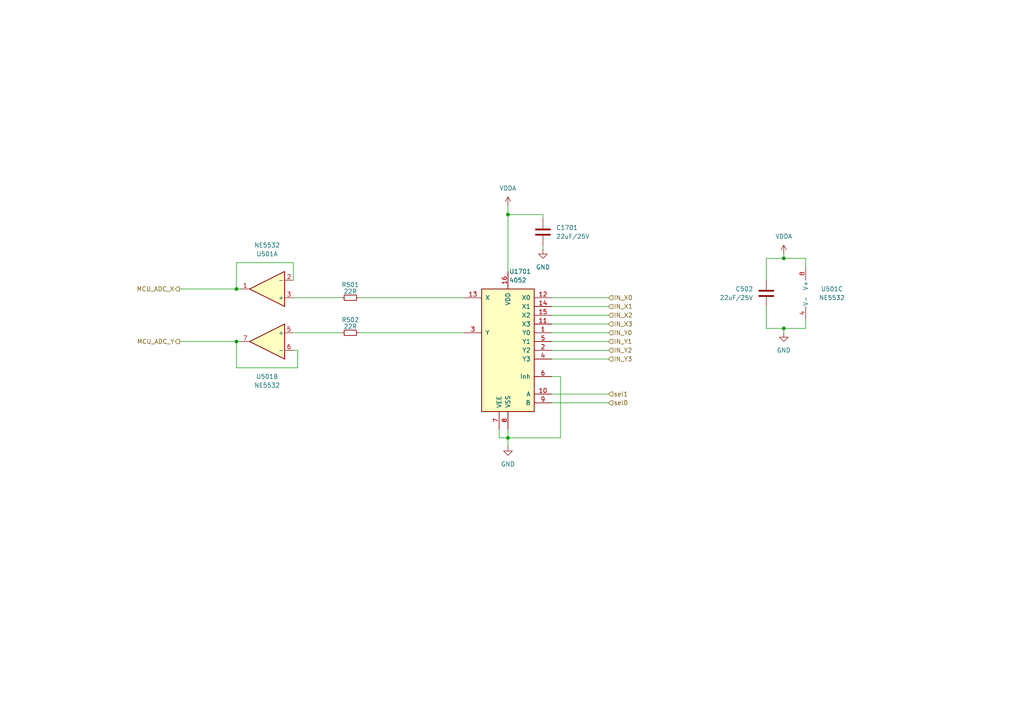
<source format=kicad_sch>
(kicad_sch (version 20231120) (generator "eeschema") (generator_version "8.0")
  (paper "A4")
  (lib_symbols
    (symbol "4xxx:4052" (pin_names (offset 1.016))
      (property "Reference" "U" (at -7.62 19.05 0))
      (property "Value" "4052" (at -7.62 -19.05 0))
      (symbol "4052_1_0"
        (pin passive line (at -12.7 5.08 0) (length 5.08) (name "Y0") (number "1"))
        (pin input line (at -12.7 -12.7 0) (length 5.08) (name "A") (number "10"))
        (pin passive line (at -12.7 7.62 0) (length 5.08) (name "X3") (number "11"))
        (pin passive line (at -12.7 15.24 0) (length 5.08) (name "X0") (number "12"))
        (pin passive line (at 12.7 15.24 180) (length 5.08) (name "X") (number "13"))
        (pin passive line (at -12.7 12.7 0) (length 5.08) (name "X1") (number "14"))
        (pin passive line (at -12.7 10.16 0) (length 5.08) (name "X2") (number "15"))
        (pin power_in line (at 0 22.86 270) (length 5.08) (name "VDD") (number "16"))
        (pin passive line (at -12.7 0 0) (length 5.08) (name "Y2") (number "2"))
        (pin passive line (at 12.7 5.08 180) (length 5.08) (name "Y") (number "3"))
        (pin passive line (at -12.7 -2.54 0) (length 5.08) (name "Y3") (number "4"))
        (pin passive line (at -12.7 2.54 0) (length 5.08) (name "Y1") (number "5"))
        (pin input line (at -12.7 -7.62 0) (length 5.08) (name "Inh") (number "6"))
        (pin power_in line (at 2.54 -22.86 90) (length 5.08) (name "VEE") (number "7"))
        (pin power_in line (at 0 -22.86 90) (length 5.08) (name "VSS") (number "8"))
        (pin input line (at -12.7 -15.24 0) (length 5.08) (name "B") (number "9"))
      )
      (symbol "4052_1_1"
        (rectangle (start -7.62 17.78) (end 7.62 -17.78) (stroke (width 0.254)) (fill (type background)))
      )
    )
    (symbol "Amplifier_Operational:NE5532" (pin_names (offset 0.127))
      (property "Reference" "U" (at 0 5.08 0))
      (property "Value" "NE5532" (at 0 -5.08 0))
      (symbol "NE5532_1_1"
        (polyline (pts (xy -5.08 5.08) (xy 5.08 0) (xy -5.08 -5.08) (xy -5.08 5.08)) (stroke (width 0.254)) (fill (type background)))
        (pin output line (at 7.62 0 180) (length 2.54) (name "~") (number "1"))
        (pin input line (at -7.62 -2.54 0) (length 2.54) (name "-") (number "2"))
        (pin input line (at -7.62 2.54 0) (length 2.54) (name "+") (number "3"))
      )
      (symbol "NE5532_2_1"
        (polyline (pts (xy -5.08 5.08) (xy 5.08 0) (xy -5.08 -5.08) (xy -5.08 5.08)) (stroke (width 0.254)) (fill (type background)))
        (pin input line (at -7.62 2.54 0) (length 2.54) (name "+") (number "5"))
        (pin input line (at -7.62 -2.54 0) (length 2.54) (name "-") (number "6"))
        (pin output line (at 7.62 0 180) (length 2.54) (name "~") (number "7"))
      )
      (symbol "NE5532_3_1"
        (pin power_in line (at -2.54 -7.62 90) (length 3.81) (name "V-") (number "4"))
        (pin power_in line (at -2.54 7.62 270) (length 3.81) (name "V+") (number "8"))
      )
    )
    (symbol "Device:C" (pin_numbers hide) (pin_names (offset 0.254))
      (property "Reference" "C" (at 0.635 2.54 0))
      (property "Value" "C" (at 0.635 -2.54 0))
      (symbol "C_0_1"
        (polyline (pts (xy -2.032 -0.762) (xy 2.032 -0.762)) (stroke (width 0.508)))
        (polyline (pts (xy -2.032 0.762) (xy 2.032 0.762)) (stroke (width 0.508)))
      )
      (symbol "C_1_1"
        (pin passive line (at 0 3.81 270) (length 2.794) (name "~") (number "1"))
        (pin passive line (at 0 -3.81 90) (length 2.794) (name "~") (number "2"))
      )
    )
    (symbol "Device:R_Small" (pin_numbers hide) (pin_names (offset 0.254) hide)
      (property "Reference" "R" (at 0.762 0.508 0))
      (property "Value" "R_Small" (at 0.762 -1.016 0))
      (symbol "R_Small_0_1"
        (rectangle (start -0.762 1.778) (end 0.762 -1.778) (stroke (width 0.2032)))
      )
      (symbol "R_Small_1_1"
        (pin passive line (at 0 2.54 270) (length 0.762) (name "~") (number "1"))
        (pin passive line (at 0 -2.54 90) (length 0.762) (name "~") (number "2"))
      )
    )
    (symbol "power:GND" (power) (pin_numbers hide) (pin_names (offset 0) hide)
      (property "Value" "GND" (at 0 -3.81 0))
      (symbol "GND_0_1"
        (polyline (pts (xy 0 0) (xy 0 -1.27) (xy 1.27 -1.27) (xy 0 -2.54) (xy -1.27 -1.27) (xy 0 -1.27)))
      )
      (symbol "GND_1_1"
        (pin power_in line (at 0 0 270) (length 0) (name "~") (number "1"))
      )
    )
    (symbol "power:VDDA" (power) (pin_numbers hide) (pin_names (offset 0) hide)
      (property "Value" "VDDA" (at 0 3.556 0))
      (symbol "VDDA_0_1"
        (polyline (pts (xy -0.762 1.27) (xy 0 2.54)))
        (polyline (pts (xy 0 0) (xy 0 2.54)))
        (polyline (pts (xy 0 2.54) (xy 0.762 1.27)))
      )
      (symbol "VDDA_1_1"
        (pin power_in line (at 0 0 90) (length 0) (name "~") (number "1"))
      )
    )
  )
  (junction (at 227.33 74.93))
  (junction (at 68.58 99.06))
  (junction (at 147.32 62.23))
  (junction (at 147.32 127))
  (junction (at 227.33 95.25))
  (junction (at 68.58 83.82))
  (wire (pts (xy 160.02 93.98) (xy 176.53 93.98)))
  (wire (pts (xy 68.58 83.82) (xy 69.85 83.82)))
  (wire (pts (xy 52.07 99.06) (xy 68.58 99.06)))
  (wire (pts (xy 147.32 127) (xy 144.78 127)))
  (wire (pts (xy 222.25 74.93) (xy 227.33 74.93)))
  (wire (pts (xy 160.02 91.44) (xy 176.53 91.44)))
  (wire (pts (xy 233.68 74.93) (xy 233.68 77.47)))
  (wire (pts (xy 160.02 99.06) (xy 176.53 99.06)))
  (wire (pts (xy 99.06 86.36) (xy 85.09 86.36)))
  (wire (pts (xy 147.32 59.69) (xy 147.32 62.23)))
  (wire (pts (xy 160.02 86.36) (xy 176.53 86.36)))
  (wire (pts (xy 160.02 88.9) (xy 176.53 88.9)))
  (wire (pts (xy 227.33 95.25) (xy 233.68 95.25)))
  (wire (pts (xy 52.07 83.82) (xy 68.58 83.82)))
  (wire (pts (xy 104.14 86.36) (xy 134.62 86.36)))
  (wire (pts (xy 68.58 76.2) (xy 68.58 83.82)))
  (wire (pts (xy 160.02 101.6) (xy 176.53 101.6)))
  (wire (pts (xy 227.33 95.25) (xy 227.33 96.52)))
  (wire (pts (xy 147.32 124.46) (xy 147.32 127)))
  (wire (pts (xy 86.36 101.6) (xy 86.36 106.68)))
  (wire (pts (xy 85.09 101.6) (xy 86.36 101.6)))
  (wire (pts (xy 162.56 109.22) (xy 162.56 127)))
  (wire (pts (xy 162.56 127) (xy 147.32 127)))
  (wire (pts (xy 222.25 88.9) (xy 222.25 95.25)))
  (wire (pts (xy 160.02 104.14) (xy 176.53 104.14)))
  (wire (pts (xy 222.25 74.93) (xy 222.25 81.28)))
  (wire (pts (xy 68.58 99.06) (xy 69.85 99.06)))
  (wire (pts (xy 147.32 62.23) (xy 157.48 62.23)))
  (wire (pts (xy 157.48 62.23) (xy 157.48 63.5)))
  (wire (pts (xy 160.02 114.3) (xy 176.53 114.3)))
  (wire (pts (xy 104.14 96.52) (xy 134.62 96.52)))
  (wire (pts (xy 68.58 106.68) (xy 68.58 99.06)))
  (wire (pts (xy 222.25 95.25) (xy 227.33 95.25)))
  (wire (pts (xy 227.33 73.66) (xy 227.33 74.93)))
  (wire (pts (xy 160.02 96.52) (xy 176.53 96.52)))
  (wire (pts (xy 227.33 74.93) (xy 233.68 74.93)))
  (wire (pts (xy 144.78 127) (xy 144.78 124.46)))
  (wire (pts (xy 86.36 106.68) (xy 68.58 106.68)))
  (wire (pts (xy 147.32 127) (xy 147.32 129.54)))
  (wire (pts (xy 99.06 96.52) (xy 85.09 96.52)))
  (wire (pts (xy 85.09 76.2) (xy 68.58 76.2)))
  (wire (pts (xy 160.02 116.84) (xy 176.53 116.84)))
  (wire (pts (xy 157.48 71.12) (xy 157.48 72.39)))
  (wire (pts (xy 160.02 109.22) (xy 162.56 109.22)))
  (wire (pts (xy 233.68 95.25) (xy 233.68 92.71)))
  (wire (pts (xy 147.32 78.74) (xy 147.32 62.23)))
  (wire (pts (xy 85.09 81.28) (xy 85.09 76.2)))
  (hierarchical_label "IN_X2" (shape input) (at 176.53 91.44 0))
  (hierarchical_label "sel0" (shape input) (at 176.53 116.84 0))
  (hierarchical_label "MCU_ADC_Y" (shape output) (at 52.07 99.06 180))
  (hierarchical_label "IN_Y0" (shape input) (at 176.53 96.52 0))
  (hierarchical_label "IN_X3" (shape input) (at 176.53 93.98 0))
  (hierarchical_label "IN_X1" (shape input) (at 176.53 88.9 0))
  (hierarchical_label "IN_X0" (shape input) (at 176.53 86.36 0))
  (hierarchical_label "IN_Y3" (shape input) (at 176.53 104.14 0))
  (hierarchical_label "sel1" (shape input) (at 176.53 114.3 0))
  (hierarchical_label "IN_Y2" (shape input) (at 176.53 101.6 0))
  (hierarchical_label "MCU_ADC_X" (shape output) (at 52.07 83.82 180))
  (hierarchical_label "IN_Y1" (shape input) (at 176.53 99.06 0))
  (symbol (lib_id "Amplifier_Operational:NE5532") (at 231.14 85.09 0) (mirror y) (unit 3)
    (property "Reference" "U501" (at 241.3 83.82 0))
    (property "Value" "NE5532" (at 241.3 86.36 0))
    (property "Footprint" "Package_SO:SOIC-8_3.9x4.9mm_P1.27mm" (effects (hide yes)))
    (property "Datasheet" "http://www.ti.com/lit/ds/symlink/ne5532.pdf" (effects (hide yes)))
    (property "Description" "Dual Low-Noise Operational Amplifiers, DIP-8/SOIC-8" (effects (hide yes)))
    (property "LCSC" "C7426" (effects (hide yes)))
    (instances (project "io_daughterboard" (path "" (reference "U501") (unit 3)) (path "" (reference "U601") (unit 3)) (path "" (reference "U701") (unit 3))))
  )
  (symbol (lib_id "Amplifier_Operational:NE5532") (at 77.47 83.82 180) (unit 1)
    (property "Reference" "U501" (at 77.47 73.66 0))
    (property "Value" "NE5532" (at 77.47 71.12 0))
    (property "Footprint" "Package_SO:SOIC-8_3.9x4.9mm_P1.27mm" (effects (hide yes)))
    (property "Datasheet" "http://www.ti.com/lit/ds/symlink/ne5532.pdf" (effects (hide yes)))
    (property "Description" "Dual Low-Noise Operational Amplifiers, DIP-8/SOIC-8" (effects (hide yes)))
    (property "LCSC" "C7426" (effects (hide yes)))
    (instances (project "io_daughterboard" (path "" (reference "U501") (unit 1)) (path "" (reference "U601") (unit 1)) (path "" (reference "U701") (unit 1))))
  )
  (symbol (lib_id "Device:C") (at 222.25 85.09 0) (mirror y) (unit 1)
    (property "Reference" "C502" (at 218.44 83.82 0) (effects (justify left)))
    (property "Value" "22uF/25V" (at 218.44 86.36 0) (effects (justify left)))
    (property "Footprint" "Capacitor_SMD:C_0805_2012Metric_Pad1.18x1.45mm_HandSolder" (effects (hide yes)))
    (property "Description" "Unpolarized capacitor" (effects (hide yes)))
    (property "LCSC" "C45783" (effects (hide yes)))
    (instances (project "io_daughterboard" (path "" (reference "C502") (unit 1)) (path "" (reference "C602") (unit 1)) (path "" (reference "C702") (unit 1))))
  )
  (symbol (lib_id "Amplifier_Operational:NE5532") (at 77.47 99.06 0) (mirror y) (unit 2)
    (property "Reference" "U501" (at 77.47 109.22 0))
    (property "Value" "NE5532" (at 77.47 111.76 0))
    (property "Footprint" "Package_SO:SOIC-8_3.9x4.9mm_P1.27mm" (effects (hide yes)))
    (property "Datasheet" "http://www.ti.com/lit/ds/symlink/ne5532.pdf" (effects (hide yes)))
    (property "Description" "Dual Low-Noise Operational Amplifiers, DIP-8/SOIC-8" (effects (hide yes)))
    (property "LCSC" "C7426" (effects (hide yes)))
    (instances (project "io_daughterboard" (path "" (reference "U501") (unit 2)) (path "" (reference "U601") (unit 2)) (path "" (reference "U701") (unit 2))))
  )
  (symbol (lib_id "Device:R_Small") (at 101.6 96.52 270) (mirror x) (unit 1)
    (property "Reference" "R502" (at 101.6 92.7735 90))
    (property "Value" "22R" (at 101.6 94.6945 90))
    (property "Footprint" "Resistor_SMD:R_0805_2012Metric_Pad1.20x1.40mm_HandSolder" (effects (hide yes)))
    (property "Description" "Resistor, small symbol" (effects (hide yes)))
    (property "LCSC" "C17561" (effects (hide yes)))
    (instances (project "io_daughterboard" (path "" (reference "R502") (unit 1)) (path "" (reference "R602") (unit 1)) (path "" (reference "R702") (unit 1))))
  )
  (symbol (lib_id "power:VDDA") (at 227.33 73.66 0) (unit 1)
    (property "Reference" "#PWR0504" (effects (hide yes)))
    (property "Value" "VDDA" (at 227.33 68.58 0))
    (property "Description" "Power symbol creates a global label with name \"VDDA\"" (effects (hide yes)))
    (instances (project "io_daughterboard" (path "" (reference "#PWR0504") (unit 1)) (path "" (reference "#PWR0604") (unit 1)) (path "" (reference "#PWR0704") (unit 1))))
  )
  (symbol (lib_id "power:GND") (at 157.48 72.39 0) (unit 1)
    (property "Reference" "#PWR01703" (effects (hide yes)))
    (property "Value" "GND" (at 157.48 77.47 0))
    (property "Description" "Power symbol creates a global label with name \"GND\" , ground" (effects (hide yes)))
    (instances (project "Magna" (path "" (reference "#PWR01703") (unit 1)) (path "" (reference "#PWR01503") (unit 1)) (path "" (reference "#PWR01603") (unit 1))) (project "io_daughterboard" (path "" (reference "#PWR0503") (unit 1)) (path "" (reference "#PWR0603") (unit 1)) (path "" (reference "#PWR0703") (unit 1))))
  )
  (symbol (lib_id "Device:C") (at 157.48 67.31 0) (unit 1)
    (property "Reference" "C1701" (at 161.29 66.04 0) (effects (justify left)))
    (property "Value" "22uF/25V" (at 161.29 68.58 0) (effects (justify left)))
    (property "Footprint" "Capacitor_SMD:C_0805_2012Metric_Pad1.18x1.45mm_HandSolder" (effects (hide yes)))
    (property "Description" "Unpolarized capacitor" (effects (hide yes)))
    (property "LCSC" "C45783" (effects (hide yes)))
    (instances (project "Magna" (path "" (reference "C1701") (unit 1)) (path "" (reference "C1501") (unit 1)) (path "" (reference "C1601") (unit 1))) (project "io_daughterboard" (path "" (reference "C501") (unit 1)) (path "" (reference "C601") (unit 1)) (path "" (reference "C701") (unit 1))))
  )
  (symbol (lib_id "Device:R_Small") (at 101.6 86.36 270) (mirror x) (unit 1)
    (property "Reference" "R501" (at 101.6 82.6135 90))
    (property "Value" "22R" (at 101.6 84.5345 90))
    (property "Footprint" "Resistor_SMD:R_0805_2012Metric_Pad1.20x1.40mm_HandSolder" (effects (hide yes)))
    (property "Description" "Resistor, small symbol" (effects (hide yes)))
    (property "LCSC" "C17561" (effects (hide yes)))
    (instances (project "io_daughterboard" (path "" (reference "R501") (unit 1)) (path "" (reference "R601") (unit 1)) (path "" (reference "R701") (unit 1))))
  )
  (symbol (lib_id "4xxx:4052") (at 147.32 101.6 0) (mirror y) (unit 1)
    (property "Reference" "U1701" (at 147.6659 78.74 0) (effects (justify right)))
    (property "Value" "4052" (at 147.6659 81.28 0) (effects (justify right)))
    (property "Footprint" "Package_SO:SOIC-16_3.9x9.9mm_P1.27mm" (effects (hide yes)))
    (property "Datasheet" "http://www.intersil.com/content/dam/Intersil/documents/cd40/cd4051bms-52bms-53bms.pdf" (effects (hide yes)))
    (property "Description" "Dual Analog Multiplexer 4 to 1 line" (effects (hide yes)))
    (property "LCSC" "C6521" (effects (hide yes)))
    (instances (project "Magna" (path "" (reference "U1701") (unit 1)) (path "" (reference "U1501") (unit 1)) (path "" (reference "U1601") (unit 1))) (project "io_daughterboard" (path "" (reference "U502") (unit 1)) (path "" (reference "U602") (unit 1)) (path "" (reference "U702") (unit 1))))
  )
  (symbol (lib_id "power:GND") (at 147.32 129.54 0) (unit 1)
    (property "Reference" "#PWR01702" (effects (hide yes)))
    (property "Value" "GND" (at 147.32 134.62 0))
    (property "Description" "Power symbol creates a global label with name \"GND\" , ground" (effects (hide yes)))
    (instances (project "Magna" (path "" (reference "#PWR01702") (unit 1)) (path "" (reference "#PWR01502") (unit 1)) (path "" (reference "#PWR01602") (unit 1))) (project "io_daughterboard" (path "" (reference "#PWR0502") (unit 1)) (path "" (reference "#PWR0602") (unit 1)) (path "" (reference "#PWR0702") (unit 1))))
  )
  (symbol (lib_id "power:GND") (at 227.33 96.52 0) (unit 1)
    (property "Reference" "#PWR0505" (effects (hide yes)))
    (property "Value" "GND" (at 227.33 101.6 0))
    (property "Description" "Power symbol creates a global label with name \"GND\" , ground" (effects (hide yes)))
    (instances (project "io_daughterboard" (path "" (reference "#PWR0505") (unit 1)) (path "" (reference "#PWR0605") (unit 1)) (path "" (reference "#PWR0705") (unit 1))))
  )
  (symbol (lib_id "power:VDDA") (at 147.32 59.69 0) (unit 1)
    (property "Reference" "#PWR01701" (effects (hide yes)))
    (property "Value" "VDDA" (at 147.32 54.61 0))
    (property "Description" "Power symbol creates a global label with name \"VDDA\"" (effects (hide yes)))
    (instances (project "Magna" (path "" (reference "#PWR01701") (unit 1)) (path "" (reference "#PWR01501") (unit 1)) (path "" (reference "#PWR01601") (unit 1))) (project "io_daughterboard" (path "" (reference "#PWR0501") (unit 1)) (path "" (reference "#PWR0601") (unit 1)) (path "" (reference "#PWR0701") (unit 1))))
  )
)
</source>
